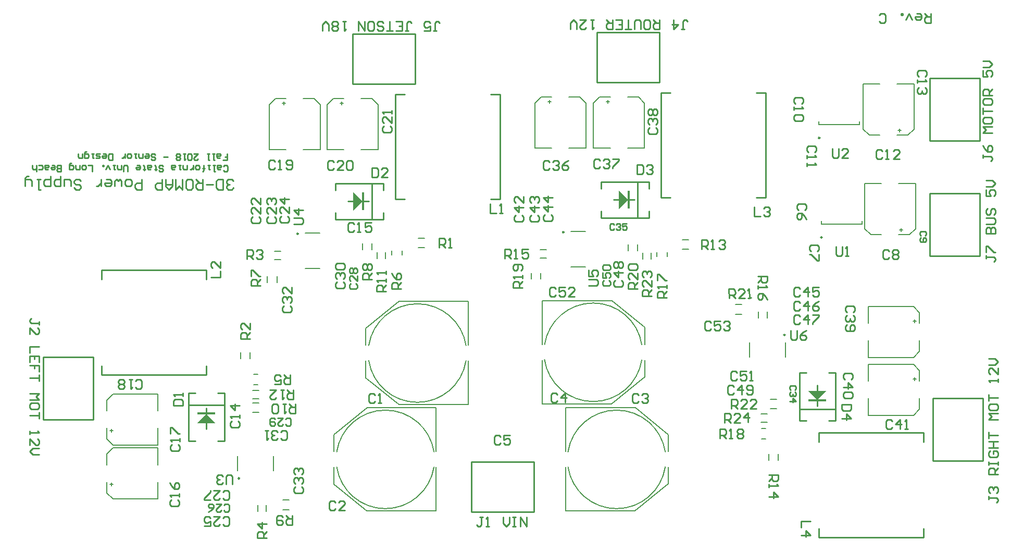
<source format=gto>
G04 Layer_Color=15132400*
%FSLAX25Y25*%
%MOIN*%
G70*
G01*
G75*
%ADD46C,0.01000*%
%ADD59C,0.00984*%
%ADD60C,0.00800*%
%ADD61C,0.00787*%
%ADD62R,0.11811X0.01575*%
%ADD63R,0.01575X0.11811*%
G36*
X625500Y197031D02*
X619594Y202937D01*
X631405D01*
X625500Y197031D01*
D02*
G37*
G36*
X240406Y182063D02*
X228594D01*
X234500Y187969D01*
X240406Y182063D01*
D02*
G37*
G36*
X504468Y325000D02*
X498563Y319094D01*
Y330906D01*
X504468Y325000D01*
D02*
G37*
G36*
X334469Y324000D02*
X328563Y318094D01*
Y329906D01*
X334469Y324000D01*
D02*
G37*
D46*
X355535Y392465D02*
X361441D01*
X416559D02*
X422465D01*
X355535Y325535D02*
X361441D01*
X416559D02*
X422465D01*
Y392465D01*
X355535Y325535D02*
Y392465D01*
X234500Y178520D02*
Y191905D01*
X223083Y201354D02*
X227413D01*
X223083Y170646D02*
Y201354D01*
Y170646D02*
X227413D01*
X223476Y193874D02*
X234500D01*
X245524D01*
X241587Y170646D02*
X245917D01*
Y201354D01*
X241587D02*
X245917D01*
X404000Y125555D02*
X444000D01*
X404000D02*
Y157445D01*
X444000D01*
Y125500D02*
Y157445D01*
X625500Y193095D02*
Y206480D01*
X632587Y183646D02*
X636917D01*
Y214354D01*
X632587D02*
X636917D01*
X625500Y191126D02*
X636524D01*
X614476D02*
X625500D01*
X614083Y214354D02*
X618413D01*
X614083Y183646D02*
Y214354D01*
Y183646D02*
X618413D01*
X495020Y325000D02*
X508405D01*
X517854Y332087D02*
Y336417D01*
X487146D02*
X517854D01*
X487146Y332087D02*
Y336417D01*
X510374Y325000D02*
Y336024D01*
Y313976D02*
Y325000D01*
X487146Y313583D02*
Y317913D01*
Y313583D02*
X517854D01*
Y317913D01*
X325020Y324000D02*
X338405D01*
X347854Y331087D02*
Y335417D01*
X317146D02*
X347854D01*
X317146Y331087D02*
Y335417D01*
X340374Y324000D02*
Y335024D01*
Y312976D02*
Y324000D01*
X317146Y312583D02*
Y316913D01*
Y312583D02*
X347854D01*
Y316913D01*
X693465Y170059D02*
Y175965D01*
Y109035D02*
Y114941D01*
X626535Y170059D02*
Y175965D01*
Y109035D02*
Y114941D01*
Y109035D02*
X693465D01*
X626535Y175965D02*
X693465D01*
X525535Y393465D02*
X531441D01*
X586559D02*
X592465D01*
X525535Y326535D02*
X531441D01*
X586559D02*
X592465D01*
Y393465D01*
X525535Y326535D02*
Y393465D01*
X167535Y213035D02*
Y218941D01*
Y274059D02*
Y279965D01*
X234465Y213035D02*
Y218941D01*
Y274059D02*
Y279965D01*
X167535D02*
X234465D01*
X167535Y213035D02*
X234465D01*
X729445Y289000D02*
Y329000D01*
X697555Y289000D02*
X729445D01*
X697555D02*
Y329000D01*
X729500D01*
X729445Y362626D02*
Y402626D01*
X697555Y362626D02*
X729445D01*
X697555D02*
Y402626D01*
X729500D01*
X328000Y430945D02*
X368000D01*
Y399055D02*
Y430945D01*
X328000Y399055D02*
X368000D01*
X328000D02*
Y431000D01*
X484500Y431945D02*
X524500D01*
Y400055D02*
Y431945D01*
X484500Y400055D02*
X524500D01*
X484500D02*
Y432000D01*
X731445Y158000D02*
Y198000D01*
X699555Y158000D02*
X731445D01*
X699555D02*
Y198000D01*
X731500D01*
X130055Y184500D02*
Y224500D01*
X161945D01*
Y184500D02*
Y224500D01*
X130000Y184500D02*
X161945D01*
X342499Y199998D02*
X341499Y200998D01*
X339500D01*
X338500Y199998D01*
Y196000D01*
X339500Y195000D01*
X341499D01*
X342499Y196000D01*
X344498Y195000D02*
X346497D01*
X345498D01*
Y200998D01*
X344498Y199998D01*
X316999Y131498D02*
X315999Y132498D01*
X314000D01*
X313000Y131498D01*
Y127500D01*
X314000Y126500D01*
X315999D01*
X316999Y127500D01*
X322997Y126500D02*
X318998D01*
X322997Y130499D01*
Y131498D01*
X321997Y132498D01*
X319998D01*
X318998Y131498D01*
X510999Y199998D02*
X509999Y200998D01*
X508000D01*
X507000Y199998D01*
Y196000D01*
X508000Y195000D01*
X509999D01*
X510999Y196000D01*
X512998Y199998D02*
X513998Y200998D01*
X515997D01*
X516997Y199998D01*
Y198999D01*
X515997Y197999D01*
X514997D01*
X515997D01*
X516997Y196999D01*
Y196000D01*
X515997Y195000D01*
X513998D01*
X512998Y196000D01*
X459199Y200498D02*
X458199Y201498D01*
X456200D01*
X455200Y200498D01*
Y196500D01*
X456200Y195500D01*
X458199D01*
X459199Y196500D01*
X464197Y195500D02*
Y201498D01*
X461198Y198499D01*
X465197D01*
X422599Y173498D02*
X421599Y174498D01*
X419600D01*
X418600Y173498D01*
Y169500D01*
X419600Y168500D01*
X421599D01*
X422599Y169500D01*
X428597Y174498D02*
X424598D01*
Y171499D01*
X426597Y172499D01*
X427597D01*
X428597Y171499D01*
Y169500D01*
X427597Y168500D01*
X425598D01*
X424598Y169500D01*
X617498Y318501D02*
X618498Y319501D01*
Y321500D01*
X617498Y322500D01*
X613500D01*
X612500Y321500D01*
Y319501D01*
X613500Y318501D01*
X618498Y312503D02*
X617498Y314503D01*
X615499Y316502D01*
X613500D01*
X612500Y315502D01*
Y313503D01*
X613500Y312503D01*
X614499D01*
X615499Y313503D01*
Y316502D01*
X625386Y292135D02*
X626385Y293134D01*
Y295134D01*
X625386Y296133D01*
X621387D01*
X620387Y295134D01*
Y293134D01*
X621387Y292135D01*
X626385Y290135D02*
Y286137D01*
X625386D01*
X621387Y290135D01*
X620387D01*
X671499Y291998D02*
X670499Y292998D01*
X668500D01*
X667500Y291998D01*
Y288000D01*
X668500Y287000D01*
X670499D01*
X671499Y288000D01*
X673498Y291998D02*
X674498Y292998D01*
X676497D01*
X677497Y291998D01*
Y290999D01*
X676497Y289999D01*
X677497Y288999D01*
Y288000D01*
X676497Y287000D01*
X674498D01*
X673498Y288000D01*
Y288999D01*
X674498Y289999D01*
X673498Y290999D01*
Y291998D01*
X674498Y289999D02*
X676497D01*
X694311Y301964D02*
X694978Y302631D01*
Y303964D01*
X694311Y304630D01*
X691645D01*
X690979Y303964D01*
Y302631D01*
X691645Y301964D01*
Y300632D02*
X690979Y299965D01*
Y298632D01*
X691645Y297966D01*
X694311D01*
X694978Y298632D01*
Y299965D01*
X694311Y300632D01*
X693645D01*
X692978Y299965D01*
Y297966D01*
X615498Y386501D02*
X616498Y387501D01*
Y389500D01*
X615498Y390500D01*
X611500D01*
X610500Y389500D01*
Y387501D01*
X611500Y386501D01*
X610500Y384502D02*
Y382503D01*
Y383502D01*
X616498D01*
X615498Y384502D01*
Y379504D02*
X616498Y378504D01*
Y376504D01*
X615498Y375505D01*
X611500D01*
X610500Y376504D01*
Y378504D01*
X611500Y379504D01*
X615498D01*
X623824Y355319D02*
X624823Y356319D01*
Y358318D01*
X623824Y359318D01*
X619825D01*
X618825Y358318D01*
Y356319D01*
X619825Y355319D01*
X618825Y353320D02*
Y351320D01*
Y352320D01*
X624823D01*
X623824Y353320D01*
X618825Y348321D02*
Y346322D01*
Y347322D01*
X624823D01*
X623824Y348321D01*
X666999Y356124D02*
X665999Y357124D01*
X664000D01*
X663000Y356124D01*
Y352126D01*
X664000Y351126D01*
X665999D01*
X666999Y352126D01*
X668998Y351126D02*
X670997D01*
X669998D01*
Y357124D01*
X668998Y356124D01*
X677995Y351126D02*
X673996D01*
X677995Y355125D01*
Y356124D01*
X676996Y357124D01*
X674996D01*
X673996Y356124D01*
X694498Y403627D02*
X695498Y404627D01*
Y406626D01*
X694498Y407626D01*
X690500D01*
X689500Y406626D01*
Y404627D01*
X690500Y403627D01*
X689500Y401628D02*
Y399629D01*
Y400628D01*
X695498D01*
X694498Y401628D01*
Y396630D02*
X695498Y395630D01*
Y393631D01*
X694498Y392631D01*
X693499D01*
X692499Y393631D01*
Y394630D01*
Y393631D01*
X691499Y392631D01*
X690500D01*
X689500Y393631D01*
Y395630D01*
X690500Y396630D01*
X250847Y183320D02*
X249848Y182320D01*
Y180321D01*
X250847Y179321D01*
X254846D01*
X255846Y180321D01*
Y182320D01*
X254846Y183320D01*
X255846Y185319D02*
Y187318D01*
Y186319D01*
X249848D01*
X250847Y185319D01*
X255846Y193316D02*
X249848D01*
X252847Y190317D01*
Y194316D01*
X328981Y309417D02*
X327981Y310417D01*
X325982D01*
X324982Y309417D01*
Y305418D01*
X325982Y304418D01*
X327981D01*
X328981Y305418D01*
X330980Y304418D02*
X332979D01*
X331980D01*
Y310417D01*
X330980Y309417D01*
X339977Y310417D02*
X335979D01*
Y307417D01*
X337978Y308417D01*
X338978D01*
X339977Y307417D01*
Y305418D01*
X338978Y304418D01*
X336978D01*
X335979Y305418D01*
X212002Y132999D02*
X211002Y131999D01*
Y130000D01*
X212002Y129000D01*
X216000D01*
X217000Y130000D01*
Y131999D01*
X216000Y132999D01*
X217000Y134998D02*
Y136997D01*
Y135998D01*
X211002D01*
X212002Y134998D01*
X211002Y143995D02*
X212002Y141996D01*
X214001Y139996D01*
X216000D01*
X217000Y140996D01*
Y142996D01*
X216000Y143995D01*
X215001D01*
X214001Y142996D01*
Y139996D01*
X212502Y168499D02*
X211502Y167499D01*
Y165500D01*
X212502Y164500D01*
X216500D01*
X217500Y165500D01*
Y167499D01*
X216500Y168499D01*
X217500Y170498D02*
Y172497D01*
Y171498D01*
X211502D01*
X212502Y170498D01*
X211502Y175496D02*
Y179495D01*
X212502D01*
X216500Y175496D01*
X217500D01*
X189001Y205002D02*
X190001Y204002D01*
X192000D01*
X193000Y205002D01*
Y209000D01*
X192000Y210000D01*
X190001D01*
X189001Y209000D01*
X187002Y210000D02*
X185003D01*
X186002D01*
Y204002D01*
X187002Y205002D01*
X182004D02*
X181004Y204002D01*
X179005D01*
X178005Y205002D01*
Y206001D01*
X179005Y207001D01*
X178005Y208001D01*
Y209000D01*
X179005Y210000D01*
X181004D01*
X182004Y209000D01*
Y208001D01*
X181004Y207001D01*
X182004Y206001D01*
Y205002D01*
X181004Y207001D02*
X179005D01*
X278499Y349498D02*
X277499Y350498D01*
X275500D01*
X274500Y349498D01*
Y345500D01*
X275500Y344500D01*
X277499D01*
X278499Y345500D01*
X280498Y344500D02*
X282497D01*
X281498D01*
Y350498D01*
X280498Y349498D01*
X285496Y345500D02*
X286496Y344500D01*
X288495D01*
X289495Y345500D01*
Y349498D01*
X288495Y350498D01*
X286496D01*
X285496Y349498D01*
Y348499D01*
X286496Y347499D01*
X289495D01*
X315999Y348998D02*
X314999Y349998D01*
X313000D01*
X312000Y348998D01*
Y345000D01*
X313000Y344000D01*
X314999D01*
X315999Y345000D01*
X321997Y344000D02*
X317998D01*
X321997Y347999D01*
Y348998D01*
X320997Y349998D01*
X318998D01*
X317998Y348998D01*
X323996D02*
X324996Y349998D01*
X326995D01*
X327995Y348998D01*
Y345000D01*
X326995Y344000D01*
X324996D01*
X323996Y345000D01*
Y348998D01*
X348002Y371999D02*
X347002Y370999D01*
Y369000D01*
X348002Y368000D01*
X352000D01*
X353000Y369000D01*
Y370999D01*
X352000Y371999D01*
X353000Y377997D02*
Y373998D01*
X349001Y377997D01*
X348002D01*
X347002Y376997D01*
Y374998D01*
X348002Y373998D01*
X353000Y379996D02*
Y381996D01*
Y380996D01*
X347002D01*
X348002Y379996D01*
X264002Y313999D02*
X263002Y312999D01*
Y311000D01*
X264002Y310000D01*
X268000D01*
X269000Y311000D01*
Y312999D01*
X268000Y313999D01*
X269000Y319997D02*
Y315998D01*
X265001Y319997D01*
X264002D01*
X263002Y318997D01*
Y316998D01*
X264002Y315998D01*
X269000Y325995D02*
Y321996D01*
X265001Y325995D01*
X264002D01*
X263002Y324995D01*
Y322996D01*
X264002Y321996D01*
X274002Y313999D02*
X273002Y312999D01*
Y311000D01*
X274002Y310000D01*
X278000D01*
X279000Y311000D01*
Y312999D01*
X278000Y313999D01*
X279000Y319997D02*
Y315998D01*
X275001Y319997D01*
X274002D01*
X273002Y318997D01*
Y316998D01*
X274002Y315998D01*
Y321996D02*
X273002Y322996D01*
Y324995D01*
X274002Y325995D01*
X275001D01*
X276001Y324995D01*
Y323995D01*
Y324995D01*
X277001Y325995D01*
X278000D01*
X279000Y324995D01*
Y322996D01*
X278000Y321996D01*
X282502Y314499D02*
X281502Y313499D01*
Y311500D01*
X282502Y310500D01*
X286500D01*
X287500Y311500D01*
Y313499D01*
X286500Y314499D01*
X287500Y320497D02*
Y316498D01*
X283501Y320497D01*
X282502D01*
X281502Y319497D01*
Y317498D01*
X282502Y316498D01*
X287500Y325495D02*
X281502D01*
X284501Y322496D01*
Y326495D01*
X245001Y117502D02*
X246001Y116502D01*
X248000D01*
X249000Y117502D01*
Y121500D01*
X248000Y122500D01*
X246001D01*
X245001Y121500D01*
X239003Y122500D02*
X243002D01*
X239003Y118501D01*
Y117502D01*
X240003Y116502D01*
X242002D01*
X243002Y117502D01*
X233005Y116502D02*
X237004D01*
Y119501D01*
X235004Y118501D01*
X234005D01*
X233005Y119501D01*
Y121500D01*
X234005Y122500D01*
X236004D01*
X237004Y121500D01*
X245668Y126335D02*
X246501Y125502D01*
X248167D01*
X249000Y126335D01*
Y129667D01*
X248167Y130500D01*
X246501D01*
X245668Y129667D01*
X240669Y130500D02*
X244002D01*
X240669Y127168D01*
Y126335D01*
X241502Y125502D01*
X243169D01*
X244002Y126335D01*
X235671Y125502D02*
X237337Y126335D01*
X239003Y128001D01*
Y129667D01*
X238170Y130500D01*
X236504D01*
X235671Y129667D01*
Y128834D01*
X236504Y128001D01*
X239003D01*
X245014Y133992D02*
X246016Y132995D01*
X248015Y133000D01*
X249012Y134002D01*
X249003Y138000D01*
X248000Y138997D01*
X246001Y138993D01*
X245004Y137990D01*
X239003Y138975D02*
X243002Y138985D01*
X239013Y134977D01*
X239016Y133977D01*
X240018Y132980D01*
X242017Y132985D01*
X243014Y133987D01*
X237019Y132973D02*
X233020Y132963D01*
X233017Y133962D01*
X237006Y137971D01*
X237004Y138970D01*
X326835Y271332D02*
X326002Y270499D01*
Y268833D01*
X326835Y268000D01*
X330167D01*
X331000Y268833D01*
Y270499D01*
X330167Y271332D01*
X331000Y276331D02*
Y272998D01*
X327668Y276331D01*
X326835D01*
X326002Y275498D01*
Y273831D01*
X326835Y272998D01*
Y277997D02*
X326002Y278830D01*
Y280496D01*
X326835Y281329D01*
X327668D01*
X328501Y280496D01*
X329334Y281329D01*
X330167D01*
X331000Y280496D01*
Y278830D01*
X330167Y277997D01*
X329334D01*
X328501Y278830D01*
X327668Y277997D01*
X326835D01*
X328501Y278830D02*
Y280496D01*
X285168Y181335D02*
X286001Y180502D01*
X287667D01*
X288500Y181335D01*
Y184667D01*
X287667Y185500D01*
X286001D01*
X285168Y184667D01*
X280169Y185500D02*
X283502D01*
X280169Y182168D01*
Y181335D01*
X281002Y180502D01*
X282669D01*
X283502Y181335D01*
X278503Y184667D02*
X277670Y185500D01*
X276004D01*
X275171Y184667D01*
Y181335D01*
X276004Y180502D01*
X277670D01*
X278503Y181335D01*
Y182168D01*
X277670Y183001D01*
X275171D01*
X318002Y272499D02*
X317002Y271499D01*
Y269500D01*
X318002Y268500D01*
X322000D01*
X323000Y269500D01*
Y271499D01*
X322000Y272499D01*
X318002Y274498D02*
X317002Y275498D01*
Y277497D01*
X318002Y278497D01*
X319001D01*
X320001Y277497D01*
Y276497D01*
Y277497D01*
X321001Y278497D01*
X322000D01*
X323000Y277497D01*
Y275498D01*
X322000Y274498D01*
X318002Y280496D02*
X317002Y281496D01*
Y283495D01*
X318002Y284495D01*
X322000D01*
X323000Y283495D01*
Y281496D01*
X322000Y280496D01*
X318002D01*
X282001Y172502D02*
X283001Y171502D01*
X285000D01*
X286000Y172502D01*
Y176500D01*
X285000Y177500D01*
X283001D01*
X282001Y176500D01*
X280002Y172502D02*
X279002Y171502D01*
X277003D01*
X276003Y172502D01*
Y173501D01*
X277003Y174501D01*
X278003D01*
X277003D01*
X276003Y175501D01*
Y176500D01*
X277003Y177500D01*
X279002D01*
X280002Y176500D01*
X274004Y177500D02*
X272005D01*
X273004D01*
Y171502D01*
X274004Y172502D01*
X284002Y256999D02*
X283002Y255999D01*
Y254000D01*
X284002Y253000D01*
X288000D01*
X289000Y254000D01*
Y255999D01*
X288000Y256999D01*
X284002Y258998D02*
X283002Y259998D01*
Y261997D01*
X284002Y262997D01*
X285001D01*
X286001Y261997D01*
Y260997D01*
Y261997D01*
X287001Y262997D01*
X288000D01*
X289000Y261997D01*
Y259998D01*
X288000Y258998D01*
X289000Y268995D02*
Y264996D01*
X285001Y268995D01*
X284002D01*
X283002Y267995D01*
Y265996D01*
X284002Y264996D01*
X291502Y141499D02*
X290502Y140499D01*
Y138500D01*
X291502Y137500D01*
X295500D01*
X296500Y138500D01*
Y140499D01*
X295500Y141499D01*
X291502Y143498D02*
X290502Y144498D01*
Y146497D01*
X291502Y147497D01*
X292501D01*
X293501Y146497D01*
Y145497D01*
Y146497D01*
X294501Y147497D01*
X295500D01*
X296500Y146497D01*
Y144498D01*
X295500Y143498D01*
X291502Y149496D02*
X290502Y150496D01*
Y152495D01*
X291502Y153495D01*
X292501D01*
X293501Y152495D01*
Y151496D01*
Y152495D01*
X294501Y153495D01*
X295500D01*
X296500Y152495D01*
Y150496D01*
X295500Y149496D01*
X611221Y203491D02*
X611888Y204158D01*
Y205490D01*
X611221Y206157D01*
X608555D01*
X607889Y205490D01*
Y204158D01*
X608555Y203491D01*
X611221Y202158D02*
X611888Y201492D01*
Y200159D01*
X611221Y199493D01*
X610555D01*
X609888Y200159D01*
Y200825D01*
Y200159D01*
X609222Y199493D01*
X608555D01*
X607889Y200159D01*
Y201492D01*
X608555Y202158D01*
X607889Y196160D02*
X611888D01*
X609888Y198160D01*
Y195494D01*
X495542Y309166D02*
X494876Y309833D01*
X493543D01*
X492877Y309166D01*
Y306500D01*
X493543Y305834D01*
X494876D01*
X495542Y306500D01*
X496875Y309166D02*
X497542Y309833D01*
X498875D01*
X499541Y309166D01*
Y308500D01*
X498875Y307833D01*
X498208D01*
X498875D01*
X499541Y307167D01*
Y306500D01*
X498875Y305834D01*
X497542D01*
X496875Y306500D01*
X503540Y309833D02*
X500874D01*
Y307833D01*
X502207Y308500D01*
X502874D01*
X503540Y307833D01*
Y306500D01*
X502874Y305834D01*
X501541D01*
X500874Y306500D01*
X453999Y348998D02*
X452999Y349998D01*
X451000D01*
X450000Y348998D01*
Y345000D01*
X451000Y344000D01*
X452999D01*
X453999Y345000D01*
X455998Y348998D02*
X456998Y349998D01*
X458997D01*
X459997Y348998D01*
Y347999D01*
X458997Y346999D01*
X457997D01*
X458997D01*
X459997Y345999D01*
Y345000D01*
X458997Y344000D01*
X456998D01*
X455998Y345000D01*
X465995Y349998D02*
X463996Y348998D01*
X461996Y346999D01*
Y345000D01*
X462996Y344000D01*
X464995D01*
X465995Y345000D01*
Y345999D01*
X464995Y346999D01*
X461996D01*
X486499Y349998D02*
X485499Y350998D01*
X483500D01*
X482500Y349998D01*
Y346000D01*
X483500Y345000D01*
X485499D01*
X486499Y346000D01*
X488498Y349998D02*
X489498Y350998D01*
X491497D01*
X492497Y349998D01*
Y348999D01*
X491497Y347999D01*
X490497D01*
X491497D01*
X492497Y346999D01*
Y346000D01*
X491497Y345000D01*
X489498D01*
X488498Y346000D01*
X494496Y350998D02*
X498495D01*
Y349998D01*
X494496Y346000D01*
Y345000D01*
X518002Y370999D02*
X517002Y369999D01*
Y368000D01*
X518002Y367000D01*
X522000D01*
X523000Y368000D01*
Y369999D01*
X522000Y370999D01*
X518002Y372998D02*
X517002Y373998D01*
Y375997D01*
X518002Y376997D01*
X519001D01*
X520001Y375997D01*
Y374997D01*
Y375997D01*
X521001Y376997D01*
X522000D01*
X523000Y375997D01*
Y373998D01*
X522000Y372998D01*
X518002Y378996D02*
X517002Y379996D01*
Y381995D01*
X518002Y382995D01*
X519001D01*
X520001Y381995D01*
X521001Y382995D01*
X522000D01*
X523000Y381995D01*
Y379996D01*
X522000Y378996D01*
X521001D01*
X520001Y379996D01*
X519001Y378996D01*
X518002D01*
X520001Y379996D02*
Y381995D01*
X648498Y253001D02*
X649498Y254001D01*
Y256000D01*
X648498Y257000D01*
X644500D01*
X643500Y256000D01*
Y254001D01*
X644500Y253001D01*
X648498Y251002D02*
X649498Y250002D01*
Y248003D01*
X648498Y247003D01*
X647499D01*
X646499Y248003D01*
Y249003D01*
Y248003D01*
X645499Y247003D01*
X644500D01*
X643500Y248003D01*
Y250002D01*
X644500Y251002D01*
Y245004D02*
X643500Y244004D01*
Y242005D01*
X644500Y241005D01*
X648498D01*
X649498Y242005D01*
Y244004D01*
X648498Y245004D01*
X647499D01*
X646499Y244004D01*
Y241005D01*
X646998Y210001D02*
X647998Y211001D01*
Y213000D01*
X646998Y214000D01*
X643000D01*
X642000Y213000D01*
Y211001D01*
X643000Y210001D01*
X642000Y205003D02*
X647998D01*
X644999Y208002D01*
Y204003D01*
X646998Y202004D02*
X647998Y201004D01*
Y199005D01*
X646998Y198005D01*
X643000D01*
X642000Y199005D01*
Y201004D01*
X643000Y202004D01*
X646998D01*
X673521Y183480D02*
X672526Y184484D01*
X670527Y184494D01*
X669523Y183498D01*
X669504Y179500D01*
X670500Y178496D01*
X672499Y178486D01*
X673503Y179482D01*
X678497Y178459D02*
X678524Y184457D01*
X675512Y181472D01*
X679510Y181454D01*
X681496Y178446D02*
X683495Y178437D01*
X682496Y178441D01*
X682523Y184439D01*
X681519Y183444D01*
X432502Y314999D02*
X431502Y313999D01*
Y312000D01*
X432502Y311000D01*
X436500D01*
X437500Y312000D01*
Y313999D01*
X436500Y314999D01*
X437500Y319997D02*
X431502D01*
X434501Y316998D01*
Y320997D01*
X437500Y326995D02*
Y322996D01*
X433501Y326995D01*
X432502D01*
X431502Y325995D01*
Y323996D01*
X432502Y322996D01*
X442502Y314999D02*
X441502Y313999D01*
Y312000D01*
X442502Y311000D01*
X446500D01*
X447500Y312000D01*
Y313999D01*
X446500Y314999D01*
X447500Y319997D02*
X441502D01*
X444501Y316998D01*
Y320997D01*
X442502Y322996D02*
X441502Y323996D01*
Y325995D01*
X442502Y326995D01*
X443501D01*
X444501Y325995D01*
Y324995D01*
Y325995D01*
X445501Y326995D01*
X446500D01*
X447500Y325995D01*
Y323996D01*
X446500Y322996D01*
X451002Y315515D02*
X450004Y314513D01*
X450008Y312514D01*
X451010Y311516D01*
X455008Y311525D01*
X456006Y312526D01*
X456002Y314526D01*
X455000Y315523D01*
X455990Y320524D02*
X449992Y320512D01*
X452997Y317518D01*
X452989Y321517D01*
X455978Y326522D02*
X449980Y326509D01*
X452985Y323517D01*
X452977Y327515D01*
X614499Y267998D02*
X613499Y268998D01*
X611500D01*
X610500Y267998D01*
Y264000D01*
X611500Y263000D01*
X613499D01*
X614499Y264000D01*
X619497Y263000D02*
Y268998D01*
X616498Y265999D01*
X620497D01*
X626495Y268998D02*
X622496D01*
Y265999D01*
X624496Y266999D01*
X625495D01*
X626495Y265999D01*
Y264000D01*
X625495Y263000D01*
X623496D01*
X622496Y264000D01*
X614499Y258998D02*
X613499Y259998D01*
X611500D01*
X610500Y258998D01*
Y255000D01*
X611500Y254000D01*
X613499D01*
X614499Y255000D01*
X619497Y254000D02*
Y259998D01*
X616498Y256999D01*
X620497D01*
X626495Y259998D02*
X624496Y258998D01*
X622496Y256999D01*
Y255000D01*
X623496Y254000D01*
X625495D01*
X626495Y255000D01*
Y255999D01*
X625495Y256999D01*
X622496D01*
X614499Y250498D02*
X613499Y251498D01*
X611500D01*
X610500Y250498D01*
Y246500D01*
X611500Y245500D01*
X613499D01*
X614499Y246500D01*
X619497Y245500D02*
Y251498D01*
X616498Y248499D01*
X620497D01*
X622496Y251498D02*
X626495D01*
Y250498D01*
X622496Y246500D01*
Y245500D01*
X496032Y273537D02*
X495025Y272545D01*
X495010Y270546D01*
X496002Y269538D01*
X500000Y269508D01*
X501008Y270500D01*
X501023Y272499D01*
X500031Y273506D01*
X501069Y278497D02*
X495071Y278543D01*
X498047Y275521D01*
X498078Y279520D01*
X496094Y281534D02*
X495102Y282542D01*
X495118Y284541D01*
X496125Y285533D01*
X497124Y285525D01*
X498116Y284518D01*
X499124Y285510D01*
X500123Y285502D01*
X501115Y284495D01*
X501100Y282495D01*
X500093Y281504D01*
X499093Y281511D01*
X498101Y282519D01*
X497094Y281526D01*
X496094Y281534D01*
X498101Y282519D02*
X498116Y284518D01*
X572130Y205358D02*
X571126Y206353D01*
X569127Y206344D01*
X568132Y205339D01*
X568150Y201341D01*
X569155Y200346D01*
X571154Y200355D01*
X572149Y201359D01*
X577152Y200383D02*
X577124Y206381D01*
X574139Y203368D01*
X578138Y203386D01*
X580146Y201396D02*
X581151Y200401D01*
X583150Y200411D01*
X584145Y201415D01*
X584127Y205414D01*
X583122Y206409D01*
X581123Y206399D01*
X580128Y205395D01*
X580132Y204395D01*
X581137Y203400D01*
X584136Y203414D01*
X488835Y273332D02*
X488002Y272499D01*
Y270833D01*
X488835Y270000D01*
X492167D01*
X493000Y270833D01*
Y272499D01*
X492167Y273332D01*
X488002Y278331D02*
Y274998D01*
X490501D01*
X489668Y276664D01*
Y277498D01*
X490501Y278331D01*
X492167D01*
X493000Y277498D01*
Y275831D01*
X492167Y274998D01*
X488835Y279997D02*
X488002Y280830D01*
Y282496D01*
X488835Y283329D01*
X492167D01*
X493000Y282496D01*
Y280830D01*
X492167Y279997D01*
X488835D01*
X573923Y214356D02*
X572923Y215355D01*
X570924D01*
X569924Y214356D01*
Y210357D01*
X570924Y209357D01*
X572923D01*
X573923Y210357D01*
X579921Y215355D02*
X575922D01*
Y212356D01*
X577922Y213356D01*
X578922D01*
X579921Y212356D01*
Y210357D01*
X578922Y209357D01*
X576922D01*
X575922Y210357D01*
X581920Y209357D02*
X583920D01*
X582920D01*
Y215355D01*
X581920Y214356D01*
X457999Y267998D02*
X456999Y268998D01*
X455000D01*
X454000Y267998D01*
Y264000D01*
X455000Y263000D01*
X456999D01*
X457999Y264000D01*
X463997Y268998D02*
X459998D01*
Y265999D01*
X461997Y266999D01*
X462997D01*
X463997Y265999D01*
Y264000D01*
X462997Y263000D01*
X460998D01*
X459998Y264000D01*
X469995Y263000D02*
X465996D01*
X469995Y266999D01*
Y267998D01*
X468995Y268998D01*
X466996D01*
X465996Y267998D01*
X557478Y246515D02*
X556474Y247510D01*
X554475Y247502D01*
X553479Y246498D01*
X553496Y242500D01*
X554500Y241504D01*
X556499Y241512D01*
X557494Y242516D01*
X563472Y247539D02*
X559473Y247523D01*
X559486Y244524D01*
X561481Y245532D01*
X562480Y245536D01*
X563484Y244541D01*
X563492Y242541D01*
X562497Y241537D01*
X560498Y241529D01*
X559494Y242525D01*
X565475Y246548D02*
X566471Y247552D01*
X568470Y247560D01*
X569474Y246565D01*
X569478Y245565D01*
X568483Y244561D01*
X567483Y244557D01*
X568483Y244561D01*
X569486Y243566D01*
X569490Y242566D01*
X568495Y241562D01*
X566496Y241554D01*
X565492Y242549D01*
X411499Y121998D02*
X409499D01*
X410499D01*
Y117000D01*
X409499Y116000D01*
X408500D01*
X407500Y117000D01*
X413498Y116000D02*
X415497D01*
X414498D01*
Y121998D01*
X413498Y120998D01*
X424495Y121998D02*
Y117999D01*
X426494Y116000D01*
X428493Y117999D01*
Y121998D01*
X430493D02*
X432492D01*
X431492D01*
Y116000D01*
X430493D01*
X432492D01*
X435491D02*
Y121998D01*
X439490Y116000D01*
Y121998D01*
X127498Y245001D02*
Y247001D01*
Y246001D01*
X122500D01*
X121500Y247001D01*
Y248000D01*
X122500Y249000D01*
X121500Y239003D02*
Y243002D01*
X125499Y239003D01*
X126498D01*
X127498Y240003D01*
Y242002D01*
X126498Y243002D01*
X127498Y231006D02*
X121500D01*
Y227007D01*
X127498Y221009D02*
Y225008D01*
X121500D01*
Y221009D01*
X124499Y225008D02*
Y223008D01*
X127498Y215011D02*
Y219010D01*
X124499D01*
Y217010D01*
Y219010D01*
X121500D01*
X127498Y213012D02*
Y209013D01*
Y211012D01*
X121500D01*
Y201015D02*
X127498D01*
X125499Y199016D01*
X127498Y197017D01*
X121500D01*
X127498Y192018D02*
Y194018D01*
X126498Y195018D01*
X122500D01*
X121500Y194018D01*
Y192018D01*
X122500Y191019D01*
X126498D01*
X127498Y192018D01*
Y189019D02*
Y185021D01*
Y187020D01*
X121500D01*
Y177023D02*
Y175024D01*
Y176024D01*
X127498D01*
X126498Y177023D01*
X121500Y168026D02*
Y172025D01*
X125499Y168026D01*
X126498D01*
X127498Y169026D01*
Y171025D01*
X126498Y172025D01*
X127498Y166027D02*
X123499D01*
X121500Y164028D01*
X123499Y162028D01*
X127498D01*
X735002Y135499D02*
Y133499D01*
Y134499D01*
X740000D01*
X741000Y133499D01*
Y132500D01*
X740000Y131500D01*
X736002Y137498D02*
X735002Y138498D01*
Y140497D01*
X736002Y141497D01*
X737001D01*
X738001Y140497D01*
Y139497D01*
Y140497D01*
X739001Y141497D01*
X740000D01*
X741000Y140497D01*
Y138498D01*
X740000Y137498D01*
X741000Y149494D02*
X735002D01*
Y152493D01*
X736002Y153493D01*
X738001D01*
X739001Y152493D01*
Y149494D01*
Y151494D02*
X741000Y153493D01*
X735002Y155492D02*
Y157492D01*
Y156492D01*
X741000D01*
Y155492D01*
Y157492D01*
X736002Y164489D02*
X735002Y163490D01*
Y161490D01*
X736002Y160491D01*
X740000D01*
X741000Y161490D01*
Y163490D01*
X740000Y164489D01*
X738001D01*
Y162490D01*
X735002Y166489D02*
X741000D01*
X738001D01*
Y170487D01*
X735002D01*
X741000D01*
X735002Y172487D02*
Y176485D01*
Y174486D01*
X741000D01*
Y184483D02*
X735002D01*
X737001Y186482D01*
X735002Y188482D01*
X741000D01*
X735002Y193480D02*
Y191481D01*
X736002Y190481D01*
X740000D01*
X741000Y191481D01*
Y193480D01*
X740000Y194480D01*
X736002D01*
X735002Y193480D01*
Y196479D02*
Y200478D01*
Y198478D01*
X741000D01*
Y208475D02*
Y210474D01*
Y209475D01*
X735002D01*
X736002Y208475D01*
X741000Y217472D02*
Y213474D01*
X737001Y217472D01*
X736002D01*
X735002Y216473D01*
Y214473D01*
X736002Y213474D01*
X735002Y219472D02*
X739001D01*
X741000Y221471D01*
X739001Y223470D01*
X735002D01*
X538330Y434204D02*
X540329D01*
X539329D01*
Y439203D01*
X540329Y440203D01*
X541328D01*
X542328Y439203D01*
X533331Y440203D02*
Y434204D01*
X536330Y437204D01*
X532331D01*
X524334Y440203D02*
Y434204D01*
X521335D01*
X520335Y435204D01*
Y437204D01*
X521335Y438203D01*
X524334D01*
X522335D02*
X520335Y440203D01*
X515337Y434204D02*
X517336D01*
X518336Y435204D01*
Y439203D01*
X517336Y440203D01*
X515337D01*
X514337Y439203D01*
Y435204D01*
X515337Y434204D01*
X512338D02*
Y439203D01*
X511338Y440203D01*
X509339D01*
X508339Y439203D01*
Y434204D01*
X506340D02*
X502341D01*
X504341D01*
Y440203D01*
X496343Y434204D02*
X500342D01*
Y440203D01*
X496343D01*
X500342Y437204D02*
X498342D01*
X494344Y440203D02*
Y434204D01*
X491345D01*
X490345Y435204D01*
Y437204D01*
X491345Y438203D01*
X494344D01*
X492344D02*
X490345Y440203D01*
X482348D02*
X480348D01*
X481348D01*
Y434204D01*
X482348Y435204D01*
X473350Y440203D02*
X477349D01*
X473350Y436204D01*
Y435204D01*
X474350Y434204D01*
X476349D01*
X477349Y435204D01*
X471351Y434204D02*
Y438203D01*
X469352Y440203D01*
X467352Y438203D01*
Y434204D01*
X379828Y433124D02*
X381827D01*
X380827D01*
Y438122D01*
X381827Y439122D01*
X382827D01*
X383826Y438122D01*
X373830Y433124D02*
X377828D01*
Y436123D01*
X375829Y435123D01*
X374829D01*
X373830Y436123D01*
Y438122D01*
X374829Y439122D01*
X376829D01*
X377828Y438122D01*
X361834Y433124D02*
X363833D01*
X362833D01*
Y438122D01*
X363833Y439122D01*
X364832D01*
X365832Y438122D01*
X355835Y433124D02*
X359834D01*
Y439122D01*
X355835D01*
X359834Y436123D02*
X357835D01*
X353836Y433124D02*
X349837D01*
X351837D01*
Y439122D01*
X343839Y434124D02*
X344839Y433124D01*
X346838D01*
X347838Y434124D01*
Y435123D01*
X346838Y436123D01*
X344839D01*
X343839Y437122D01*
Y438122D01*
X344839Y439122D01*
X346838D01*
X347838Y438122D01*
X338841Y433124D02*
X340840D01*
X341840Y434124D01*
Y438122D01*
X340840Y439122D01*
X338841D01*
X337841Y438122D01*
Y434124D01*
X338841Y433124D01*
X335842Y439122D02*
Y433124D01*
X331843Y439122D01*
Y433124D01*
X323846Y439122D02*
X321847D01*
X322846D01*
Y433124D01*
X323846Y434124D01*
X318847D02*
X317848Y433124D01*
X315848D01*
X314849Y434124D01*
Y435123D01*
X315848Y436123D01*
X314849Y437122D01*
Y438122D01*
X315848Y439122D01*
X317848D01*
X318847Y438122D01*
Y437122D01*
X317848Y436123D01*
X318847Y435123D01*
Y434124D01*
X317848Y436123D02*
X315848D01*
X312849Y433124D02*
Y437122D01*
X310850Y439122D01*
X308851Y437122D01*
Y433124D01*
X731516Y353758D02*
Y351759D01*
Y352759D01*
X736514D01*
X737514Y351759D01*
Y350759D01*
X736514Y349760D01*
X731516Y359756D02*
X732515Y357757D01*
X734515Y355758D01*
X736514D01*
X737514Y356757D01*
Y358757D01*
X736514Y359756D01*
X735514D01*
X734515Y358757D01*
Y355758D01*
X737514Y367754D02*
X731516D01*
X733515Y369753D01*
X731516Y371752D01*
X737514D01*
X731516Y376751D02*
Y374751D01*
X732515Y373752D01*
X736514D01*
X737514Y374751D01*
Y376751D01*
X736514Y377750D01*
X732515D01*
X731516Y376751D01*
Y379750D02*
Y383749D01*
Y381749D01*
X737514D01*
X731516Y388747D02*
Y386748D01*
X732515Y385748D01*
X736514D01*
X737514Y386748D01*
Y388747D01*
X736514Y389747D01*
X732515D01*
X731516Y388747D01*
X737514Y391746D02*
X731516D01*
Y394745D01*
X732515Y395745D01*
X734515D01*
X735514Y394745D01*
Y391746D01*
Y393745D02*
X737514Y395745D01*
X731516Y407741D02*
Y403742D01*
X734515D01*
X733515Y405741D01*
Y406741D01*
X734515Y407741D01*
X736514D01*
X737514Y406741D01*
Y404742D01*
X736514Y403742D01*
X731516Y409740D02*
X735514D01*
X737514Y411739D01*
X735514Y413739D01*
X731516D01*
X733502Y289499D02*
Y287499D01*
Y288499D01*
X738500D01*
X739500Y287499D01*
Y286500D01*
X738500Y285500D01*
X733502Y291498D02*
Y295497D01*
X734502D01*
X738500Y291498D01*
X739500D01*
X733502Y303494D02*
X739500D01*
Y306493D01*
X738500Y307493D01*
X737501D01*
X736501Y306493D01*
Y303494D01*
Y306493D01*
X735501Y307493D01*
X734502D01*
X733502Y306493D01*
Y303494D01*
Y309492D02*
X738500D01*
X739500Y310492D01*
Y312491D01*
X738500Y313491D01*
X733502D01*
X734502Y319489D02*
X733502Y318489D01*
Y316490D01*
X734502Y315490D01*
X735501D01*
X736501Y316490D01*
Y318489D01*
X737501Y319489D01*
X738500D01*
X739500Y318489D01*
Y316490D01*
X738500Y315490D01*
X733502Y331485D02*
Y327486D01*
X736501D01*
X735501Y329486D01*
Y330485D01*
X736501Y331485D01*
X738500D01*
X739500Y330485D01*
Y328486D01*
X738500Y327486D01*
X733502Y333485D02*
X737501D01*
X739500Y335484D01*
X737501Y337483D01*
X733502D01*
X416000Y322498D02*
Y316500D01*
X419999D01*
X421998D02*
X423997D01*
X422998D01*
Y322498D01*
X421998Y321498D01*
X237502Y275500D02*
X243500D01*
Y279499D01*
Y285497D02*
Y281498D01*
X239501Y285497D01*
X238502D01*
X237502Y284497D01*
Y282498D01*
X238502Y281498D01*
X585000Y320498D02*
Y314500D01*
X588999D01*
X590998Y319498D02*
X591998Y320498D01*
X593997D01*
X594997Y319498D01*
Y318499D01*
X593997Y317499D01*
X592997D01*
X593997D01*
X594997Y316499D01*
Y315500D01*
X593997Y314500D01*
X591998D01*
X590998Y315500D01*
X620998Y119500D02*
X615000D01*
Y115501D01*
Y110503D02*
X620998D01*
X617999Y113502D01*
Y109503D01*
X383500Y294500D02*
Y300498D01*
X386499D01*
X387499Y299498D01*
Y297499D01*
X386499Y296499D01*
X383500D01*
X385499D02*
X387499Y294500D01*
X389498D02*
X391497D01*
X390498D01*
Y300498D01*
X389498Y299498D01*
X262500Y236000D02*
X256502D01*
Y238999D01*
X257502Y239999D01*
X259501D01*
X260501Y238999D01*
Y236000D01*
Y237999D02*
X262500Y239999D01*
Y245997D02*
Y241998D01*
X258501Y245997D01*
X257502D01*
X256502Y244997D01*
Y242998D01*
X257502Y241998D01*
X260500Y287000D02*
Y292998D01*
X263499D01*
X264499Y291998D01*
Y289999D01*
X263499Y288999D01*
X260500D01*
X262499D02*
X264499Y287000D01*
X266498Y291998D02*
X267498Y292998D01*
X269497D01*
X270497Y291998D01*
Y290999D01*
X269497Y289999D01*
X268497D01*
X269497D01*
X270497Y288999D01*
Y288000D01*
X269497Y287000D01*
X267498D01*
X266498Y288000D01*
X273000Y108685D02*
X267002D01*
Y111684D01*
X268002Y112684D01*
X270001D01*
X271001Y111684D01*
Y108685D01*
Y110684D02*
X273000Y112684D01*
Y117682D02*
X267002D01*
X270001Y114683D01*
Y118682D01*
X288000Y213000D02*
Y207002D01*
X285001D01*
X284001Y208002D01*
Y210001D01*
X285001Y211001D01*
X288000D01*
X286001D02*
X284001Y213000D01*
X278003Y207002D02*
X282002D01*
Y210001D01*
X280003Y209001D01*
X279003D01*
X278003Y210001D01*
Y212000D01*
X279003Y213000D01*
X281002D01*
X282002Y212000D01*
X359000Y268000D02*
X353002D01*
Y270999D01*
X354002Y271999D01*
X356001D01*
X357001Y270999D01*
Y268000D01*
Y269999D02*
X359000Y271999D01*
X353002Y277997D02*
X354002Y275997D01*
X356001Y273998D01*
X358000D01*
X359000Y274998D01*
Y276997D01*
X358000Y277997D01*
X357001D01*
X356001Y276997D01*
Y273998D01*
X269000Y270000D02*
X263002D01*
Y272999D01*
X264002Y273999D01*
X266001D01*
X267001Y272999D01*
Y270000D01*
Y271999D02*
X269000Y273999D01*
X263002Y275998D02*
Y279997D01*
X264002D01*
X268000Y275998D01*
X269000D01*
X340500Y274000D02*
X334502D01*
Y276999D01*
X335502Y277999D01*
X337501D01*
X338501Y276999D01*
Y274000D01*
Y275999D02*
X340500Y277999D01*
X335502Y279998D02*
X334502Y280998D01*
Y282997D01*
X335502Y283997D01*
X336501D01*
X337501Y282997D01*
X338501Y283997D01*
X339500D01*
X340500Y282997D01*
Y280998D01*
X339500Y279998D01*
X338501D01*
X337501Y280998D01*
X336501Y279998D01*
X335502D01*
X337501Y280998D02*
Y282997D01*
X289500Y123000D02*
Y117002D01*
X286501D01*
X285501Y118002D01*
Y120001D01*
X286501Y121001D01*
X289500D01*
X287501D02*
X285501Y123000D01*
X283502Y122000D02*
X282502Y123000D01*
X280503D01*
X279503Y122000D01*
Y118002D01*
X280503Y117002D01*
X282502D01*
X283502Y118002D01*
Y119001D01*
X282502Y120001D01*
X279503D01*
X291500Y194500D02*
Y188502D01*
X288501D01*
X287501Y189502D01*
Y191501D01*
X288501Y192501D01*
X291500D01*
X289501D02*
X287501Y194500D01*
X285502D02*
X283503D01*
X284502D01*
Y188502D01*
X285502Y189502D01*
X280504D02*
X279504Y188502D01*
X277504D01*
X276505Y189502D01*
Y193500D01*
X277504Y194500D01*
X279504D01*
X280504Y193500D01*
Y189502D01*
X349500Y266500D02*
X343502D01*
Y269499D01*
X344502Y270499D01*
X346501D01*
X347501Y269499D01*
Y266500D01*
Y268499D02*
X349500Y270499D01*
Y272498D02*
Y274497D01*
Y273498D01*
X343502D01*
X344502Y272498D01*
X349500Y277496D02*
Y279496D01*
Y278496D01*
X343502D01*
X344502Y277496D01*
X290000Y203500D02*
Y197502D01*
X287001D01*
X286001Y198502D01*
Y200501D01*
X287001Y201501D01*
X290000D01*
X288001D02*
X286001Y203500D01*
X284002D02*
X282003D01*
X283002D01*
Y197502D01*
X284002Y198502D01*
X275005Y203500D02*
X279004D01*
X275005Y199501D01*
Y198502D01*
X276005Y197502D01*
X278004D01*
X279004Y198502D01*
X551500Y293500D02*
Y299498D01*
X554499D01*
X555499Y298498D01*
Y296499D01*
X554499Y295499D01*
X551500D01*
X553499D02*
X555499Y293500D01*
X557498D02*
X559497D01*
X558498D01*
Y299498D01*
X557498Y298498D01*
X562496D02*
X563496Y299498D01*
X565495D01*
X566495Y298498D01*
Y297499D01*
X565495Y296499D01*
X564496D01*
X565495D01*
X566495Y295499D01*
Y294500D01*
X565495Y293500D01*
X563496D01*
X562496Y294500D01*
X594500Y149000D02*
X600498D01*
Y146001D01*
X599498Y145001D01*
X597499D01*
X596499Y146001D01*
Y149000D01*
Y147001D02*
X594500Y145001D01*
Y143002D02*
Y141003D01*
Y142002D01*
X600498D01*
X599498Y143002D01*
X594500Y135004D02*
X600498D01*
X597499Y138004D01*
Y134005D01*
X425500Y287500D02*
Y293498D01*
X428499D01*
X429499Y292498D01*
Y290499D01*
X428499Y289499D01*
X425500D01*
X427499D02*
X429499Y287500D01*
X431498D02*
X433497D01*
X432498D01*
Y293498D01*
X431498Y292498D01*
X440495Y293498D02*
X436496D01*
Y290499D01*
X438496Y291499D01*
X439496D01*
X440495Y290499D01*
Y288500D01*
X439496Y287500D01*
X437496D01*
X436496Y288500D01*
X587500Y276000D02*
X593498D01*
Y273001D01*
X592498Y272001D01*
X590499D01*
X589499Y273001D01*
Y276000D01*
Y274001D02*
X587500Y272001D01*
Y270002D02*
Y268003D01*
Y269002D01*
X593498D01*
X592498Y270002D01*
X593498Y261005D02*
X592498Y263004D01*
X590499Y265004D01*
X588500D01*
X587500Y264004D01*
Y262004D01*
X588500Y261005D01*
X589499D01*
X590499Y262004D01*
Y265004D01*
X529000Y262500D02*
X523002Y262532D01*
X523018Y265531D01*
X524023Y266526D01*
X526022Y266515D01*
X527017Y265510D01*
X527001Y262511D01*
X527011Y264510D02*
X529022Y266499D01*
X529032Y268498D02*
X529043Y270497D01*
X529038Y269498D01*
X523040Y269530D01*
X524034Y268525D01*
X523061Y273529D02*
X523083Y277527D01*
X524082Y277522D01*
X528059Y273502D01*
X529059Y273496D01*
X563000Y172500D02*
X563025Y178498D01*
X566024Y178485D01*
X567020Y177481D01*
X567011Y175482D01*
X566008Y174487D01*
X563008Y174499D01*
X565008Y174491D02*
X566999Y172483D01*
X568998Y172475D02*
X570997Y172466D01*
X569998Y172470D01*
X570023Y178468D01*
X569019Y177473D01*
X574017Y177452D02*
X575021Y178447D01*
X577021Y178439D01*
X578016Y177435D01*
X578012Y176435D01*
X577008Y175440D01*
X578004Y174436D01*
X577999Y173436D01*
X576995Y172441D01*
X574996Y172449D01*
X574001Y173453D01*
X574005Y174453D01*
X575009Y175448D01*
X574013Y176452D01*
X574017Y177452D01*
X575009Y175448D02*
X577008Y175440D01*
X436890Y268794D02*
X430892D01*
Y271793D01*
X431891Y272793D01*
X433891D01*
X434890Y271793D01*
Y268794D01*
Y270794D02*
X436890Y272793D01*
Y274793D02*
Y276792D01*
Y275792D01*
X430892D01*
X431891Y274793D01*
X435890Y279791D02*
X436890Y280790D01*
Y282790D01*
X435890Y283790D01*
X431891D01*
X430892Y282790D01*
Y280790D01*
X431891Y279791D01*
X432891D01*
X433891Y280790D01*
Y283790D01*
X510500Y268000D02*
X504502Y267978D01*
X504491Y270977D01*
X505487Y271981D01*
X507486Y271988D01*
X508490Y270992D01*
X508501Y267993D01*
X508493Y269992D02*
X510486Y271999D01*
X510464Y277997D02*
X510478Y273998D01*
X506465Y277982D01*
X505465Y277978D01*
X504469Y276975D01*
X504476Y274976D01*
X505480Y273980D01*
X505458Y279978D02*
X504455Y280974D01*
X504448Y282973D01*
X505443Y283977D01*
X509442Y283991D01*
X510445Y282995D01*
X510453Y280996D01*
X509457Y279992D01*
X505458Y279978D01*
X569000Y262000D02*
X568876Y267997D01*
X571874Y268059D01*
X572894Y267080D01*
X572936Y265081D01*
X571957Y264061D01*
X568959Y263999D01*
X570958Y264040D02*
X572998Y262083D01*
X578995Y262207D02*
X574997Y262124D01*
X578912Y266205D01*
X578891Y267204D01*
X577871Y268183D01*
X575872Y268142D01*
X574893Y267122D01*
X580994Y262249D02*
X582993Y262290D01*
X581993Y262269D01*
X581869Y268266D01*
X580890Y267246D01*
X570500Y191500D02*
X570469Y197498D01*
X573468Y197513D01*
X574473Y196519D01*
X574483Y194519D01*
X573489Y193515D01*
X570490Y193499D01*
X572489Y193510D02*
X574499Y191521D01*
X580497Y191551D02*
X576498Y191531D01*
X580476Y195550D01*
X580471Y196550D01*
X579466Y197544D01*
X577467Y197534D01*
X576472Y196529D01*
X586495Y191582D02*
X582496Y191561D01*
X586474Y195581D01*
X586469Y196580D01*
X585464Y197575D01*
X583465Y197565D01*
X582470Y196560D01*
X519500Y263500D02*
X513502D01*
Y266499D01*
X514502Y267499D01*
X516501D01*
X517501Y266499D01*
Y263500D01*
Y265499D02*
X519500Y267499D01*
Y273497D02*
Y269498D01*
X515501Y273497D01*
X514502D01*
X513502Y272497D01*
Y270498D01*
X514502Y269498D01*
Y275496D02*
X513502Y276496D01*
Y278495D01*
X514502Y279495D01*
X515501D01*
X516501Y278495D01*
Y277496D01*
Y278495D01*
X517501Y279495D01*
X518500D01*
X519500Y278495D01*
Y276496D01*
X518500Y275496D01*
X566000Y182500D02*
X565944Y188498D01*
X568942Y188526D01*
X569951Y187536D01*
X569970Y185537D01*
X568980Y184528D01*
X565981Y184499D01*
X567980Y184518D02*
X569999Y182538D01*
X575996Y182594D02*
X571998Y182556D01*
X575959Y186592D01*
X575949Y187592D01*
X574940Y188582D01*
X572941Y188564D01*
X571951Y187555D01*
X580995Y182641D02*
X580938Y188639D01*
X577967Y185612D01*
X581966Y185649D01*
X637500Y294998D02*
Y290000D01*
X638500Y289000D01*
X640499D01*
X641499Y290000D01*
Y294998D01*
X643498Y289000D02*
X645497D01*
X644498D01*
Y294998D01*
X643498Y293998D01*
X635000Y357624D02*
Y352626D01*
X636000Y351626D01*
X637999D01*
X638999Y352626D01*
Y357624D01*
X644997Y351626D02*
X640998D01*
X644997Y355625D01*
Y356624D01*
X643997Y357624D01*
X641998D01*
X640998Y356624D01*
X251000Y143002D02*
Y148000D01*
X250000Y149000D01*
X248001D01*
X247001Y148000D01*
Y143002D01*
X245002Y144002D02*
X244002Y143002D01*
X242003D01*
X241003Y144002D01*
Y145001D01*
X242003Y146001D01*
X243003D01*
X242003D01*
X241003Y147001D01*
Y148000D01*
X242003Y149000D01*
X244002D01*
X245002Y148000D01*
X290502Y309500D02*
X295500D01*
X296500Y310500D01*
Y312499D01*
X295500Y313499D01*
X290502D01*
X296500Y318497D02*
X290502D01*
X293501Y315498D01*
Y319497D01*
X608500Y241498D02*
Y236500D01*
X609500Y235500D01*
X611499D01*
X612499Y236500D01*
Y241498D01*
X618497D02*
X616497Y240498D01*
X614498Y238499D01*
Y236500D01*
X615498Y235500D01*
X617497D01*
X618497Y236500D01*
Y237499D01*
X617497Y238499D01*
X614498D01*
X213502Y193500D02*
X219500D01*
Y196499D01*
X218500Y197499D01*
X214502D01*
X213502Y196499D01*
Y193500D01*
X219500Y199498D02*
Y201497D01*
Y200498D01*
X213502D01*
X214502Y199498D01*
X340500Y345498D02*
Y339500D01*
X343499D01*
X344499Y340500D01*
Y344498D01*
X343499Y345498D01*
X340500D01*
X350497Y339500D02*
X346498D01*
X350497Y343499D01*
Y344498D01*
X349497Y345498D01*
X347498D01*
X346498Y344498D01*
X510000Y347498D02*
Y341500D01*
X512999D01*
X513999Y342500D01*
Y346498D01*
X512999Y347498D01*
X510000D01*
X515998Y346498D02*
X516998Y347498D01*
X518997D01*
X519997Y346498D01*
Y345499D01*
X518997Y344499D01*
X517997D01*
X518997D01*
X519997Y343499D01*
Y342500D01*
X518997Y341500D01*
X516998D01*
X515998Y342500D01*
X646998Y194000D02*
X641000D01*
Y191001D01*
X642000Y190001D01*
X645998D01*
X646998Y191001D01*
Y194000D01*
X641000Y185003D02*
X646998D01*
X643999Y188002D01*
Y184003D01*
X479056Y270074D02*
X484055D01*
X485054Y271073D01*
Y273073D01*
X484055Y274072D01*
X479056D01*
Y280070D02*
Y276072D01*
X482055D01*
X481056Y278071D01*
Y279071D01*
X482055Y280070D01*
X484055D01*
X485054Y279071D01*
Y277071D01*
X484055Y276072D01*
X697954Y443963D02*
Y437965D01*
X694954D01*
X693955Y438965D01*
Y440964D01*
X694954Y441964D01*
X697954D01*
X695954D02*
X693955Y443963D01*
X688956D02*
X690956D01*
X691955Y442963D01*
Y440964D01*
X690956Y439964D01*
X688956D01*
X687957Y440964D01*
Y441964D01*
X691955D01*
X685957Y439964D02*
X683958Y443963D01*
X681959Y439964D01*
X679959Y443963D02*
Y442963D01*
X678960D01*
Y443963D01*
X679959D01*
X664964Y438965D02*
X665964Y437965D01*
X667963D01*
X668963Y438965D01*
Y442963D01*
X667963Y443963D01*
X665964D01*
X664964Y442963D01*
X245030Y350540D02*
X247695D01*
Y352539D01*
X246362D01*
X247695D01*
Y354538D01*
X243030Y351873D02*
X241697D01*
X241031Y352539D01*
Y354538D01*
X243030D01*
X243697Y353872D01*
X243030Y353206D01*
X241031D01*
X239698Y354538D02*
X238365D01*
X239032D01*
Y350540D01*
X239698D01*
X236366Y354538D02*
X235033D01*
X235699D01*
Y350540D01*
X236366D01*
X226369Y354538D02*
X229035D01*
X226369Y351873D01*
Y351206D01*
X227035Y350540D01*
X228368D01*
X229035Y351206D01*
X225036D02*
X224370Y350540D01*
X223037D01*
X222370Y351206D01*
Y353872D01*
X223037Y354538D01*
X224370D01*
X225036Y353872D01*
Y351206D01*
X221037Y354538D02*
X219704D01*
X220371D01*
Y350540D01*
X221037Y351206D01*
X217705D02*
X217039Y350540D01*
X215706D01*
X215039Y351206D01*
Y351873D01*
X215706Y352539D01*
X215039Y353206D01*
Y353872D01*
X215706Y354538D01*
X217039D01*
X217705Y353872D01*
Y353206D01*
X217039Y352539D01*
X217705Y351873D01*
Y351206D01*
X217039Y352539D02*
X215706D01*
X209708D02*
X207042D01*
X199044Y351206D02*
X199711Y350540D01*
X201044D01*
X201710Y351206D01*
Y351873D01*
X201044Y352539D01*
X199711D01*
X199044Y353206D01*
Y353872D01*
X199711Y354538D01*
X201044D01*
X201710Y353872D01*
X195712Y354538D02*
X197045D01*
X197712Y353872D01*
Y352539D01*
X197045Y351873D01*
X195712D01*
X195046Y352539D01*
Y353206D01*
X197712D01*
X193713Y354538D02*
Y351873D01*
X191714D01*
X191047Y352539D01*
Y354538D01*
X189714D02*
X188381D01*
X189048D01*
Y351873D01*
X189714D01*
X185715Y354538D02*
X184382D01*
X183716Y353872D01*
Y352539D01*
X184382Y351873D01*
X185715D01*
X186382Y352539D01*
Y353872D01*
X185715Y354538D01*
X182383Y351873D02*
Y354538D01*
Y353206D01*
X181717Y352539D01*
X181050Y351873D01*
X180384D01*
X174386Y350540D02*
Y354538D01*
X172386D01*
X171720Y353872D01*
Y351206D01*
X172386Y350540D01*
X174386D01*
X168388Y354538D02*
X169721D01*
X170387Y353872D01*
Y352539D01*
X169721Y351873D01*
X168388D01*
X167721Y352539D01*
Y353206D01*
X170387D01*
X166388Y354538D02*
X164389D01*
X163723Y353872D01*
X164389Y353206D01*
X165722D01*
X166388Y352539D01*
X165722Y351873D01*
X163723D01*
X162390Y354538D02*
X161057D01*
X161723D01*
Y351873D01*
X162390D01*
X157724Y355871D02*
X157058D01*
X156392Y355205D01*
Y351873D01*
X158391D01*
X159057Y352539D01*
Y353872D01*
X158391Y354538D01*
X156392D01*
X155059D02*
Y351873D01*
X153059D01*
X152393Y352539D01*
Y354538D01*
X245530Y343706D02*
X246196Y343040D01*
X247529D01*
X248195Y343706D01*
Y346372D01*
X247529Y347039D01*
X246196D01*
X245530Y346372D01*
X243530Y344373D02*
X242197D01*
X241531Y345039D01*
Y347039D01*
X243530D01*
X244197Y346372D01*
X243530Y345706D01*
X241531D01*
X240198Y347039D02*
X238865D01*
X239531D01*
Y343040D01*
X240198D01*
X236866Y347039D02*
X235533D01*
X236199D01*
Y344373D01*
X236866D01*
X232867Y347039D02*
Y343706D01*
Y345039D01*
X233534D01*
X232201D01*
X232867D01*
Y343706D01*
X232201Y343040D01*
X229535Y347039D02*
X228202D01*
X227535Y346372D01*
Y345039D01*
X228202Y344373D01*
X229535D01*
X230201Y345039D01*
Y346372D01*
X229535Y347039D01*
X226203Y344373D02*
Y347039D01*
Y345706D01*
X225536Y345039D01*
X224870Y344373D01*
X224203D01*
X222204Y347039D02*
Y344373D01*
X220204D01*
X219538Y345039D01*
Y347039D01*
X218205D02*
X216872D01*
X217539D01*
Y344373D01*
X218205D01*
X214206D02*
X212874D01*
X212207Y345039D01*
Y347039D01*
X214206D01*
X214873Y346372D01*
X214206Y345706D01*
X212207D01*
X204210Y343706D02*
X204876Y343040D01*
X206209D01*
X206875Y343706D01*
Y344373D01*
X206209Y345039D01*
X204876D01*
X204210Y345706D01*
Y346372D01*
X204876Y347039D01*
X206209D01*
X206875Y346372D01*
X202210Y343706D02*
Y344373D01*
X202877D01*
X201544D01*
X202210D01*
Y346372D01*
X201544Y347039D01*
X198878Y344373D02*
X197545D01*
X196879Y345039D01*
Y347039D01*
X198878D01*
X199544Y346372D01*
X198878Y345706D01*
X196879D01*
X194879Y343706D02*
Y344373D01*
X195546D01*
X194213D01*
X194879D01*
Y346372D01*
X194213Y347039D01*
X190214D02*
X191547D01*
X192213Y346372D01*
Y345039D01*
X191547Y344373D01*
X190214D01*
X189548Y345039D01*
Y345706D01*
X192213D01*
X184216Y343040D02*
Y346372D01*
X183550Y347039D01*
X182217D01*
X181550Y346372D01*
Y343040D01*
X180217Y347039D02*
Y344373D01*
X178218D01*
X177551Y345039D01*
Y347039D01*
X176219D02*
X174886D01*
X175552D01*
Y344373D01*
X176219D01*
X172886D02*
X171553Y347039D01*
X170221Y344373D01*
X168888Y347039D02*
Y346372D01*
X168221D01*
Y347039D01*
X168888D01*
X161557Y343040D02*
Y347039D01*
X158891D01*
X156892D02*
X155559D01*
X154892Y346372D01*
Y345039D01*
X155559Y344373D01*
X156892D01*
X157558Y345039D01*
Y346372D01*
X156892Y347039D01*
X153559D02*
Y344373D01*
X151560D01*
X150893Y345039D01*
Y347039D01*
X148228Y348371D02*
X147561D01*
X146895Y347705D01*
Y344373D01*
X148894D01*
X149560Y345039D01*
Y346372D01*
X148894Y347039D01*
X146895D01*
X141563Y343040D02*
Y347039D01*
X139564D01*
X138897Y346372D01*
Y345706D01*
X139564Y345039D01*
X141563D01*
X139564D01*
X138897Y344373D01*
Y343706D01*
X139564Y343040D01*
X141563D01*
X135565Y347039D02*
X136898D01*
X137564Y346372D01*
Y345039D01*
X136898Y344373D01*
X135565D01*
X134899Y345039D01*
Y345706D01*
X137564D01*
X132899Y344373D02*
X131566D01*
X130900Y345039D01*
Y347039D01*
X132899D01*
X133566Y346372D01*
X132899Y345706D01*
X130900D01*
X126901Y344373D02*
X128901D01*
X129567Y345039D01*
Y346372D01*
X128901Y347039D01*
X126901D01*
X125568Y343040D02*
Y347039D01*
Y345039D01*
X124902Y344373D01*
X123569D01*
X122903Y345039D01*
Y347039D01*
X251695Y332624D02*
X250612Y331541D01*
X248446D01*
X247363Y332624D01*
Y333707D01*
X248446Y334790D01*
X249529D01*
X248446D01*
X247363Y335873D01*
Y336955D01*
X248446Y338038D01*
X250612D01*
X251695Y336955D01*
X245198Y331541D02*
Y338038D01*
X241949D01*
X240866Y336955D01*
Y332624D01*
X241949Y331541D01*
X245198D01*
X238700Y334790D02*
X234368D01*
X232202Y338038D02*
Y331541D01*
X228953D01*
X227870Y332624D01*
Y334790D01*
X228953Y335873D01*
X232202D01*
X230036D02*
X227870Y338038D01*
X222455Y331541D02*
X224621D01*
X225704Y332624D01*
Y336955D01*
X224621Y338038D01*
X222455D01*
X221372Y336955D01*
Y332624D01*
X222455Y331541D01*
X219206Y338038D02*
Y331541D01*
X217040Y333707D01*
X214874Y331541D01*
Y338038D01*
X212708D02*
Y333707D01*
X210542Y331541D01*
X208376Y333707D01*
Y338038D01*
Y334790D01*
X212708D01*
X206210Y338038D02*
Y331541D01*
X202961D01*
X201878Y332624D01*
Y334790D01*
X202961Y335873D01*
X206210D01*
X193214Y338038D02*
Y331541D01*
X189965D01*
X188882Y332624D01*
Y334790D01*
X189965Y335873D01*
X193214D01*
X185633Y338038D02*
X183467D01*
X182385Y336955D01*
Y334790D01*
X183467Y333707D01*
X185633D01*
X186716Y334790D01*
Y336955D01*
X185633Y338038D01*
X180219Y333707D02*
Y336955D01*
X179136Y338038D01*
X178052Y336955D01*
X176970Y338038D01*
X175887Y336955D01*
Y333707D01*
X170472Y338038D02*
X172638D01*
X173721Y336955D01*
Y334790D01*
X172638Y333707D01*
X170472D01*
X169389Y334790D01*
Y335873D01*
X173721D01*
X167223Y333707D02*
Y338038D01*
Y335873D01*
X166140Y334790D01*
X165057Y333707D01*
X163974D01*
X149895Y332624D02*
X150978Y331541D01*
X153144D01*
X154227Y332624D01*
Y333707D01*
X153144Y334790D01*
X150978D01*
X149895Y335873D01*
Y336955D01*
X150978Y338038D01*
X153144D01*
X154227Y336955D01*
X147729Y333707D02*
Y336955D01*
X146646Y338038D01*
X143397D01*
Y333707D01*
X141231Y340205D02*
Y333707D01*
X137982D01*
X136899Y334790D01*
Y336955D01*
X137982Y338038D01*
X141231D01*
X134733Y340205D02*
Y333707D01*
X131484D01*
X130401Y334790D01*
Y336955D01*
X131484Y338038D01*
X134733D01*
X128235D02*
X126069D01*
X127152D01*
Y331541D01*
X128235D01*
X122820Y333707D02*
Y336955D01*
X121737Y338038D01*
X118488D01*
Y339122D01*
X119571Y340205D01*
X120654D01*
X118488Y338038D02*
Y333707D01*
D59*
X628579Y300965D02*
G03*
X628579Y300965I-492J0D01*
G01*
X255646Y146854D02*
G03*
X255646Y146854I-492J0D01*
G01*
X463346Y304346D02*
G03*
X463346Y304346I-492J0D01*
G01*
X604839Y238646D02*
G03*
X604839Y238646I-492J0D01*
G01*
X293347Y303346D02*
G03*
X293347Y303346I-492J0D01*
G01*
X627079Y364591D02*
G03*
X627079Y364591I-492J0D01*
G01*
D60*
X338370Y222211D02*
G03*
X400611Y222088I31130J4789D01*
G01*
X400630Y231789D02*
G03*
X338370Y231789I-31130J-4789D01*
G01*
X528130Y163789D02*
G03*
X465889Y163912I-31130J-4789D01*
G01*
X465870Y154211D02*
G03*
X528130Y154211I31130J4789D01*
G01*
X513130Y232289D02*
G03*
X450889Y232412I-31130J-4789D01*
G01*
X450870Y222711D02*
G03*
X513130Y222711I31130J4789D01*
G01*
X317870Y154211D02*
G03*
X380111Y154088I31130J4789D01*
G01*
X380130Y163789D02*
G03*
X317870Y163789I-31130J-4789D01*
G01*
X336500Y211071D02*
Y222000D01*
X357588Y194000D02*
X402000D01*
X336500Y211071D02*
X357588Y194000D01*
X336500Y242657D02*
X357847Y260000D01*
X402000D01*
Y194000D02*
Y222000D01*
Y232000D02*
Y260000D01*
X336500Y232000D02*
Y242657D01*
X530000Y164000D02*
Y174929D01*
X464500Y192000D02*
X508912D01*
X530000Y174929D01*
X508652Y126000D02*
X530000Y143342D01*
X464500Y126000D02*
X508652D01*
X464500Y164000D02*
Y192000D01*
Y126000D02*
Y154000D01*
X530000Y143342D02*
Y154000D01*
X515000Y232500D02*
Y243429D01*
X449500Y260500D02*
X493912D01*
X515000Y243429D01*
X493652Y194500D02*
X515000Y211842D01*
X449500Y194500D02*
X493652D01*
X449500Y232500D02*
Y260500D01*
Y194500D02*
Y222500D01*
X515000Y211842D02*
Y222500D01*
X316000Y143071D02*
Y154000D01*
X337088Y126000D02*
X381500D01*
X316000Y143071D02*
X337088Y126000D01*
X316000Y174657D02*
X337348Y192000D01*
X381500D01*
Y126000D02*
Y154000D01*
Y164000D02*
Y192000D01*
X316000Y164000D02*
Y174657D01*
D61*
X628008Y309429D02*
X653992D01*
Y311595D01*
X628008Y309429D02*
Y311595D01*
X349158Y287531D02*
Y291469D01*
X343843Y287531D02*
Y291469D01*
X370031Y300453D02*
X373969D01*
X370031Y294547D02*
X373969D01*
X273350Y272031D02*
Y275969D01*
X279650Y272031D02*
Y275969D01*
X278031Y286744D02*
X281968D01*
X278031Y292256D02*
X281968D01*
X264622Y206653D02*
X267378D01*
X264622Y213347D02*
X267378D01*
X277443Y151776D02*
Y161224D01*
X254557Y151776D02*
Y161224D01*
X677512Y335339D02*
X688339D01*
X655661D02*
X666488D01*
X659598Y302661D02*
X666488D01*
X677512D02*
X684402D01*
X655661Y306598D02*
X659598Y302661D01*
X655661Y306598D02*
Y335339D01*
X688339Y306598D02*
Y335339D01*
X684402Y302661D02*
X688339Y306598D01*
X678004Y305716D02*
X679972D01*
X678988Y304732D02*
Y306701D01*
X467776Y282057D02*
X477224D01*
X467776Y304942D02*
X477224D01*
X582058Y224276D02*
Y233724D01*
X604943Y224276D02*
Y233724D01*
X297776Y281058D02*
X307224D01*
X297776Y303942D02*
X307224D01*
X626508Y373055D02*
X652492D01*
Y375220D01*
X626508Y373055D02*
Y375220D01*
X589532Y182843D02*
X593469D01*
X589532Y188157D02*
X593469D01*
X519158Y287032D02*
Y290968D01*
X513842Y287032D02*
Y290968D01*
X595532Y191547D02*
X599469D01*
X595532Y197453D02*
X599469D01*
X573032Y258150D02*
X576968D01*
X573032Y251850D02*
X576968D01*
X510453Y292531D02*
Y296468D01*
X504547Y292531D02*
Y296468D01*
X442240Y274326D02*
Y278263D01*
X448539Y274326D02*
Y278263D01*
X589622Y178847D02*
X592378D01*
X589622Y172153D02*
X592378D01*
X522653Y288622D02*
Y291378D01*
X529347Y288622D02*
Y291378D01*
X587744Y249532D02*
Y253468D01*
X593256Y249532D02*
Y253468D01*
X448032Y287744D02*
X451968D01*
X448032Y293256D02*
X451968D01*
X600453Y158531D02*
Y162469D01*
X594547Y158531D02*
Y162469D01*
X539032Y299453D02*
X542969D01*
X539032Y293547D02*
X542969D01*
X264032Y203157D02*
X267969D01*
X264032Y197843D02*
X267969D01*
X264032Y194953D02*
X267969D01*
X264032Y189047D02*
X267969D01*
X283531Y126850D02*
X287469D01*
X283531Y133150D02*
X287469D01*
X340453Y293032D02*
Y296969D01*
X334547Y293032D02*
Y296969D01*
X353153Y289622D02*
Y292378D01*
X359846Y289622D02*
Y292378D01*
X272756Y125716D02*
Y129654D01*
X267244Y125716D02*
Y129654D01*
X256547Y223532D02*
Y227468D01*
X262453Y223532D02*
Y227468D01*
X658161Y209012D02*
Y219839D01*
Y187161D02*
Y197988D01*
X690839Y191098D02*
Y197988D01*
Y209012D02*
Y215902D01*
X686902Y187161D02*
X690839Y191098D01*
X658161Y187161D02*
X686902D01*
X658161Y219839D02*
X686902D01*
X690839Y215902D01*
X687783Y209504D02*
Y211472D01*
X686799Y210488D02*
X688768D01*
X658161Y246012D02*
Y256839D01*
Y224161D02*
Y234988D01*
X690839Y228098D02*
Y234988D01*
Y246012D02*
Y252902D01*
X686902Y224161D02*
X690839Y228098D01*
X658161Y224161D02*
X686902D01*
X658161Y256839D02*
X686902D01*
X690839Y252902D01*
X687783Y246504D02*
Y248472D01*
X686799Y247488D02*
X688768D01*
X482161Y358161D02*
X492988D01*
X504012D02*
X514839D01*
X504012Y390839D02*
X510902D01*
X486098D02*
X492988D01*
X510902D02*
X514839Y386902D01*
Y358161D02*
Y386902D01*
X482161Y358161D02*
Y386902D01*
X486098Y390839D01*
X490528Y387784D02*
X492496D01*
X491512Y386799D02*
Y388768D01*
X444661Y358161D02*
X455488D01*
X466512D02*
X477339D01*
X466512Y390839D02*
X473402D01*
X448598D02*
X455488D01*
X473402D02*
X477339Y386902D01*
Y358161D02*
Y386902D01*
X444661Y358161D02*
Y386902D01*
X448598Y390839D01*
X453028Y387784D02*
X454996D01*
X454012Y386799D02*
Y388768D01*
X311661Y357161D02*
X322488D01*
X333512D02*
X344339D01*
X333512Y389839D02*
X340402D01*
X315598D02*
X322488D01*
X340402D02*
X344339Y385902D01*
Y357161D02*
Y385902D01*
X311661Y357161D02*
Y385902D01*
X315598Y389839D01*
X320028Y386784D02*
X321996D01*
X321012Y385799D02*
Y387768D01*
X274661Y357161D02*
X285488D01*
X296512D02*
X307339D01*
X296512Y389839D02*
X303402D01*
X278598D02*
X285488D01*
X303402D02*
X307339Y385902D01*
Y357161D02*
Y385902D01*
X274661Y357161D02*
Y385902D01*
X278598Y389839D01*
X283028Y386784D02*
X284996D01*
X284012Y385799D02*
Y387768D01*
X203339Y168161D02*
Y178988D01*
Y190012D02*
Y200839D01*
X170661Y190012D02*
Y196902D01*
Y172098D02*
Y178988D01*
Y196902D02*
X174598Y200839D01*
X203339D01*
X174598Y168161D02*
X203339D01*
X170661Y172098D02*
X174598Y168161D01*
X173716Y176528D02*
Y178496D01*
X172732Y177512D02*
X174701D01*
X203339Y133661D02*
Y144488D01*
Y155512D02*
Y166339D01*
X170661Y155512D02*
Y162402D01*
Y137598D02*
Y144488D01*
Y162402D02*
X174598Y166339D01*
X203339D01*
X174598Y133661D02*
X203339D01*
X170661Y137598D02*
X174598Y133661D01*
X173716Y142028D02*
Y143996D01*
X172732Y143012D02*
X174701D01*
X676512Y398965D02*
X687339D01*
X654661D02*
X665488D01*
X658598Y366287D02*
X665488D01*
X676512D02*
X683402D01*
X654661Y370224D02*
X658598Y366287D01*
X654661Y370224D02*
Y398965D01*
X687339Y370224D02*
Y398965D01*
X683402Y366287D02*
X687339Y370224D01*
X677004Y369342D02*
X678972D01*
X677988Y368358D02*
Y370327D01*
D62*
X234500Y188362D02*
D03*
X625500Y196638D02*
D03*
D63*
X504862Y325000D02*
D03*
X334862Y324000D02*
D03*
M02*

</source>
